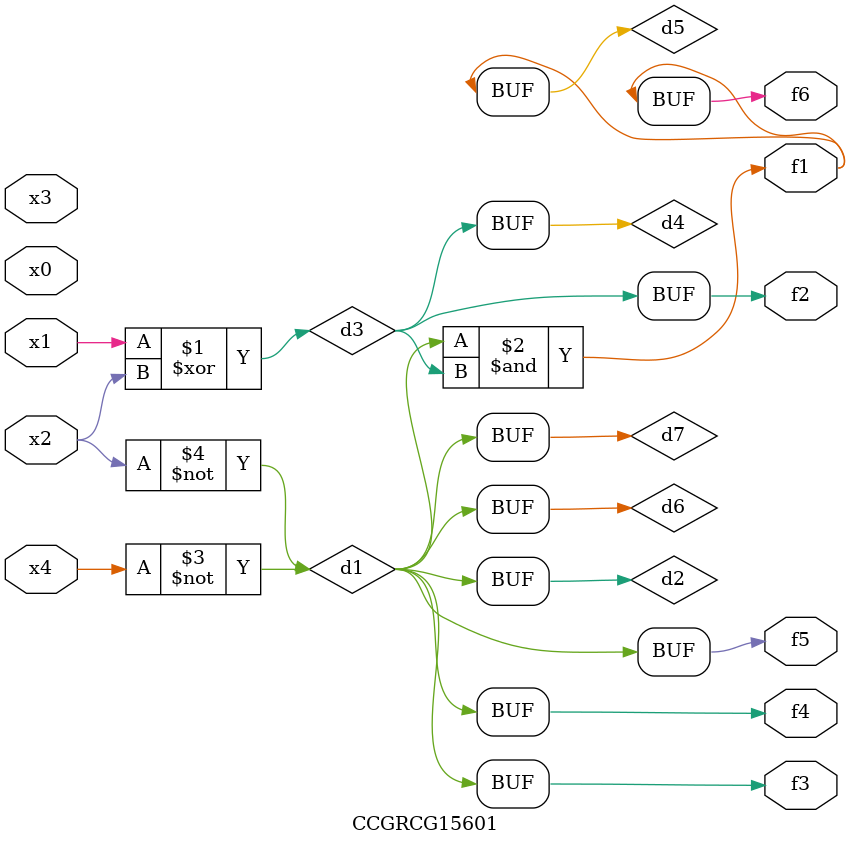
<source format=v>
module CCGRCG15601(
	input x0, x1, x2, x3, x4,
	output f1, f2, f3, f4, f5, f6
);

	wire d1, d2, d3, d4, d5, d6, d7;

	not (d1, x4);
	not (d2, x2);
	xor (d3, x1, x2);
	buf (d4, d3);
	and (d5, d1, d3);
	buf (d6, d1, d2);
	buf (d7, d2);
	assign f1 = d5;
	assign f2 = d4;
	assign f3 = d7;
	assign f4 = d7;
	assign f5 = d7;
	assign f6 = d5;
endmodule

</source>
